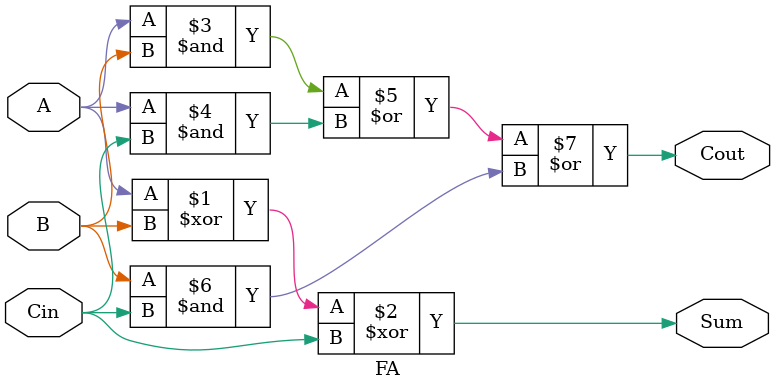
<source format=v>
`timescale 1ns / 1ps

module FA(
    A,
    B,
    Cin,
    Sum,
    Cout
    );
    
    input A;
    input B;
    input Cin;
    output Sum;
    output Cout;

    assign Sum = A ^ B ^ Cin;   //bitwise XOR
    assign Cout = (A & B) | (A & Cin) | (B & Cin); 
endmodule

</source>
